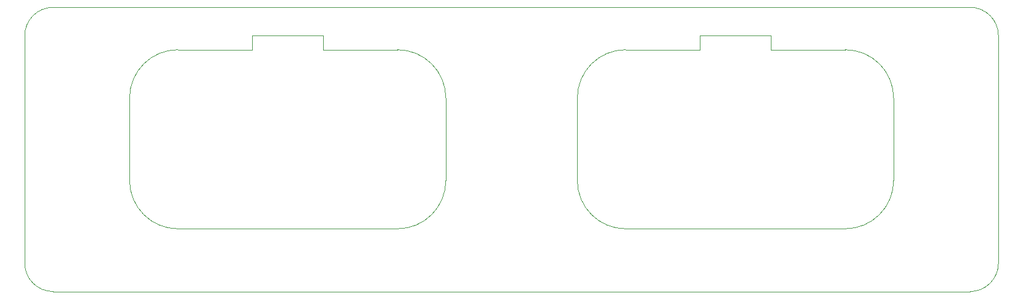
<source format=gm1>
G04 #@! TF.GenerationSoftware,KiCad,Pcbnew,7.0.8*
G04 #@! TF.CreationDate,2024-02-01T01:17:55-07:00*
G04 #@! TF.ProjectId,loggerpanel,6c6f6767-6572-4706-916e-656c2e6b6963,v1*
G04 #@! TF.SameCoordinates,Original*
G04 #@! TF.FileFunction,Profile,NP*
%FSLAX46Y46*%
G04 Gerber Fmt 4.6, Leading zero omitted, Abs format (unit mm)*
G04 Created by KiCad (PCBNEW 7.0.8) date 2024-02-01 01:17:55*
%MOMM*%
%LPD*%
G01*
G04 APERTURE LIST*
G04 #@! TA.AperFunction,Profile*
%ADD10C,0.100000*%
G04 #@! TD*
G04 #@! TA.AperFunction,Profile*
%ADD11C,0.120000*%
G04 #@! TD*
G04 APERTURE END LIST*
D10*
X210000000Y-126000000D02*
G75*
G03*
X214000000Y-122000000I0J4000000D01*
G01*
X77000000Y-122000000D02*
G75*
G03*
X81000000Y-126000000I4000000J0D01*
G01*
X214000000Y-90000000D02*
X214000000Y-122000000D01*
X210000000Y-126000000D02*
X81000000Y-126000000D01*
X214000000Y-90000000D02*
G75*
G03*
X210000000Y-86000000I-4000000J0D01*
G01*
X81000000Y-86000000D02*
G75*
G03*
X77000000Y-90000000I0J-4000000D01*
G01*
X77000000Y-122000000D02*
X77000000Y-90000000D01*
X81000000Y-86000000D02*
X210000000Y-86000000D01*
D11*
X91750000Y-110370000D02*
X91750000Y-98770000D01*
X98550000Y-117170000D02*
X129450000Y-117170000D01*
X109000000Y-89970000D02*
X119000000Y-89970000D01*
X109000000Y-91970000D02*
X98550000Y-91970000D01*
X109000000Y-91970000D02*
X109000000Y-89970000D01*
X119000000Y-89970000D02*
X119000000Y-91970000D01*
X119000000Y-91970000D02*
X129450000Y-91970000D01*
X136250000Y-110370000D02*
X136250000Y-98770000D01*
X98550000Y-91970000D02*
G75*
G03*
X91750000Y-98770000I0J-6800000D01*
G01*
X91750000Y-110370000D02*
G75*
G03*
X98550000Y-117170000I6800000J0D01*
G01*
X136250000Y-98770000D02*
G75*
G03*
X129450000Y-91970000I-6800000J0D01*
G01*
X129450000Y-117170000D02*
G75*
G03*
X136250000Y-110370000I0J6800000D01*
G01*
X154750000Y-110370000D02*
X154750000Y-98770000D01*
X161550000Y-117170000D02*
X192450000Y-117170000D01*
X172000000Y-89970000D02*
X182000000Y-89970000D01*
X172000000Y-91970000D02*
X161550000Y-91970000D01*
X172000000Y-91970000D02*
X172000000Y-89970000D01*
X182000000Y-89970000D02*
X182000000Y-91970000D01*
X182000000Y-91970000D02*
X192450000Y-91970000D01*
X199250000Y-110370000D02*
X199250000Y-98770000D01*
X161550000Y-91970000D02*
G75*
G03*
X154750000Y-98770000I0J-6800000D01*
G01*
X154750000Y-110370000D02*
G75*
G03*
X161550000Y-117170000I6800000J0D01*
G01*
X199250000Y-98770000D02*
G75*
G03*
X192450000Y-91970000I-6800000J0D01*
G01*
X192450000Y-117170000D02*
G75*
G03*
X199250000Y-110370000I0J6800000D01*
G01*
M02*

</source>
